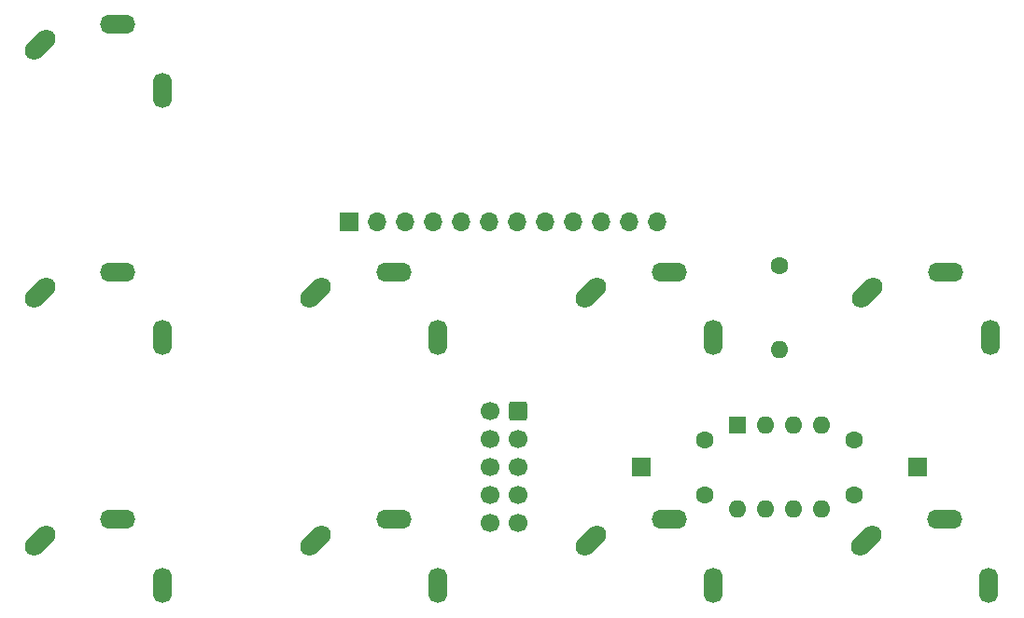
<source format=gts>
G04 #@! TF.GenerationSoftware,KiCad,Pcbnew,9.0.0*
G04 #@! TF.CreationDate,2025-03-15T23:03:29+01:00*
G04 #@! TF.ProjectId,DMH_VCO_40106_PCB_Conn_Mk2,444d485f-5643-44f5-9f34-303130365f50,1*
G04 #@! TF.SameCoordinates,Original*
G04 #@! TF.FileFunction,Soldermask,Top*
G04 #@! TF.FilePolarity,Negative*
%FSLAX46Y46*%
G04 Gerber Fmt 4.6, Leading zero omitted, Abs format (unit mm)*
G04 Created by KiCad (PCBNEW 9.0.0) date 2025-03-15 23:03:29*
%MOMM*%
%LPD*%
G01*
G04 APERTURE LIST*
G04 Aperture macros list*
%AMRoundRect*
0 Rectangle with rounded corners*
0 $1 Rounding radius*
0 $2 $3 $4 $5 $6 $7 $8 $9 X,Y pos of 4 corners*
0 Add a 4 corners polygon primitive as box body*
4,1,4,$2,$3,$4,$5,$6,$7,$8,$9,$2,$3,0*
0 Add four circle primitives for the rounded corners*
1,1,$1+$1,$2,$3*
1,1,$1+$1,$4,$5*
1,1,$1+$1,$6,$7*
1,1,$1+$1,$8,$9*
0 Add four rect primitives between the rounded corners*
20,1,$1+$1,$2,$3,$4,$5,0*
20,1,$1+$1,$4,$5,$6,$7,0*
20,1,$1+$1,$6,$7,$8,$9,0*
20,1,$1+$1,$8,$9,$2,$3,0*%
%AMHorizOval*
0 Thick line with rounded ends*
0 $1 width*
0 $2 $3 position (X,Y) of the first rounded end (center of the circle)*
0 $4 $5 position (X,Y) of the second rounded end (center of the circle)*
0 Add line between two ends*
20,1,$1,$2,$3,$4,$5,0*
0 Add two circle primitives to create the rounded ends*
1,1,$1,$2,$3*
1,1,$1,$4,$5*%
G04 Aperture macros list end*
%ADD10HorizOval,1.712000X-0.533159X-0.533159X0.533159X0.533159X0*%
%ADD11O,1.712000X3.220000*%
%ADD12O,3.220000X1.712000*%
%ADD13R,1.700000X1.700000*%
%ADD14O,1.700000X1.700000*%
%ADD15C,1.600000*%
%ADD16R,1.600000X1.600000*%
%ADD17O,1.600000X1.600000*%
%ADD18RoundRect,0.250000X0.600000X0.600000X-0.600000X0.600000X-0.600000X-0.600000X0.600000X-0.600000X0*%
%ADD19C,1.700000*%
G04 APERTURE END LIST*
D10*
X132903810Y-224153810D03*
D11*
X144000000Y-228250000D03*
D12*
X140000000Y-222250000D03*
D10*
X82903810Y-224153810D03*
D11*
X94000000Y-228250000D03*
D12*
X90000000Y-222250000D03*
D10*
X57903810Y-179153810D03*
D11*
X69000000Y-183250000D03*
D12*
X65000000Y-177250000D03*
D10*
X57903810Y-201653810D03*
D11*
X69000000Y-205750000D03*
D12*
X65000000Y-199750000D03*
D10*
X133000000Y-201653810D03*
D11*
X144096190Y-205750000D03*
D12*
X140096190Y-199750000D03*
D10*
X82903810Y-201653810D03*
D11*
X94000000Y-205750000D03*
D12*
X90000000Y-199750000D03*
D10*
X107903810Y-224153810D03*
D11*
X119000000Y-228250000D03*
D12*
X115000000Y-222250000D03*
D10*
X107903810Y-201653810D03*
D11*
X119000000Y-205750000D03*
D12*
X115000000Y-199750000D03*
D10*
X57903810Y-224153810D03*
D11*
X69000000Y-228250000D03*
D12*
X65000000Y-222250000D03*
D13*
X86010000Y-195250000D03*
D14*
X88550000Y-195250000D03*
X91090000Y-195250000D03*
X93630000Y-195250000D03*
X96170000Y-195250000D03*
X98710000Y-195250000D03*
X101250000Y-195250000D03*
X103790000Y-195250000D03*
X106330000Y-195250000D03*
X108870000Y-195250000D03*
X111410000Y-195250000D03*
X113950000Y-195250000D03*
D15*
X118250000Y-220000000D03*
X118250000Y-215000000D03*
D13*
X137500000Y-217500000D03*
X112500000Y-217500000D03*
D16*
X121200000Y-213700000D03*
D17*
X123740000Y-213700000D03*
X126280000Y-213700000D03*
X128820000Y-213700000D03*
X128820000Y-221320000D03*
X126280000Y-221320000D03*
X123740000Y-221320000D03*
X121200000Y-221320000D03*
D18*
X101252500Y-212420000D03*
D19*
X101252500Y-214960000D03*
X101252500Y-217500000D03*
X101252500Y-220040000D03*
X101252500Y-222580000D03*
X98712500Y-212420000D03*
X98712500Y-214960000D03*
X98712500Y-217500000D03*
X98712500Y-220040000D03*
X98712500Y-222580000D03*
D15*
X131750000Y-215000000D03*
X131750000Y-220000000D03*
X125000000Y-199190000D03*
D17*
X125000000Y-206810000D03*
M02*

</source>
